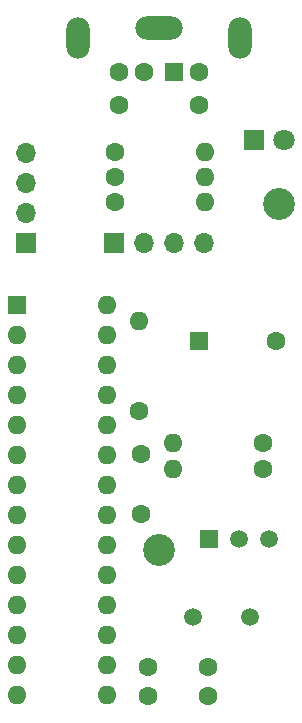
<source format=gbr>
%TF.GenerationSoftware,KiCad,Pcbnew,8.0.5*%
%TF.CreationDate,2024-11-15T12:40:48+00:00*%
%TF.ProjectId,TIMPS2KeyMini,54494d50-5332-44b6-9579-4d696e692e6b,rev?*%
%TF.SameCoordinates,Original*%
%TF.FileFunction,Soldermask,Top*%
%TF.FilePolarity,Negative*%
%FSLAX46Y46*%
G04 Gerber Fmt 4.6, Leading zero omitted, Abs format (unit mm)*
G04 Created by KiCad (PCBNEW 8.0.5) date 2024-11-15 12:40:48*
%MOMM*%
%LPD*%
G01*
G04 APERTURE LIST*
%ADD10R,1.600000X1.600000*%
%ADD11C,1.600000*%
%ADD12R,1.700000X1.700000*%
%ADD13O,1.700000X1.700000*%
%ADD14R,1.500000X1.500000*%
%ADD15C,1.500000*%
%ADD16R,1.800000X1.800000*%
%ADD17C,1.800000*%
%ADD18C,2.700000*%
%ADD19O,1.600000X1.600000*%
%ADD20O,2.000000X3.500000*%
%ADD21O,4.000000X2.000000*%
G04 APERTURE END LIST*
D10*
%TO.C,BZ1*%
X129040000Y-70680000D03*
D11*
X135540000Y-70680000D03*
%TD*%
%TO.C,C2*%
X124140000Y-85310000D03*
X124140000Y-80230000D03*
%TD*%
D12*
%TO.C,J5*%
X121845000Y-62365000D03*
D13*
X124385000Y-62365000D03*
X126925000Y-62365000D03*
X129465000Y-62365000D03*
%TD*%
D14*
%TO.C,Q1*%
X129920000Y-87450000D03*
D15*
X132460000Y-87450000D03*
X135000000Y-87450000D03*
%TD*%
%TO.C,Y1*%
X128520000Y-94030000D03*
X133400000Y-94030000D03*
%TD*%
D16*
%TO.C,D1*%
X133745000Y-53690000D03*
D17*
X136285000Y-53690000D03*
%TD*%
D18*
%TO.C,H9*%
X125650000Y-88365000D03*
%TD*%
D11*
%TO.C,R1*%
X121910000Y-54640000D03*
D19*
X129530000Y-54640000D03*
%TD*%
D11*
%TO.C,C9*%
X124770000Y-98310000D03*
X129850000Y-98310000D03*
%TD*%
%TO.C,R2*%
X134480000Y-79340000D03*
D19*
X126860000Y-79340000D03*
%TD*%
D10*
%TO.C,U4*%
X113620000Y-67650000D03*
D19*
X113620000Y-70190000D03*
X113620000Y-72730000D03*
X113620000Y-75270000D03*
X113620000Y-77810000D03*
X113620000Y-80350000D03*
X113620000Y-82890000D03*
X113620000Y-85430000D03*
X113620000Y-87970000D03*
X113620000Y-90510000D03*
X113620000Y-93050000D03*
X113620000Y-95590000D03*
X113620000Y-98130000D03*
X113620000Y-100670000D03*
X121230000Y-100670000D03*
X121230000Y-98130000D03*
X121230000Y-95590000D03*
X121230000Y-93050000D03*
X121230000Y-90510000D03*
X121230000Y-87970000D03*
X121230000Y-85430000D03*
X121230000Y-82890000D03*
X121230000Y-80350000D03*
X121230000Y-77810000D03*
X121230000Y-75270000D03*
X121230000Y-72730000D03*
X121230000Y-70190000D03*
X121230000Y-67650000D03*
%TD*%
D11*
%TO.C,R8*%
X121910000Y-58900000D03*
D19*
X129530000Y-58900000D03*
%TD*%
D18*
%TO.C,H3*%
X135830000Y-59060000D03*
%TD*%
D12*
%TO.C,J4*%
X114440000Y-62350000D03*
D13*
X114440000Y-59810000D03*
X114440000Y-57270000D03*
X114440000Y-54730000D03*
%TD*%
D11*
%TO.C,C10*%
X124770000Y-100750000D03*
X129850000Y-100750000D03*
%TD*%
%TO.C,R7*%
X121910000Y-56770000D03*
D19*
X129530000Y-56770000D03*
%TD*%
D11*
%TO.C,R6*%
X123970000Y-76580000D03*
D19*
X123970000Y-68960000D03*
%TD*%
D11*
%TO.C,R3*%
X134480000Y-81480000D03*
D19*
X126860000Y-81480000D03*
%TD*%
D10*
%TO.C,J2*%
X126960000Y-47850000D03*
D11*
X124360000Y-47850000D03*
X129060000Y-47850000D03*
X122260000Y-47850000D03*
X129060000Y-50650000D03*
X122260000Y-50650000D03*
D20*
X118810000Y-45000000D03*
D21*
X125660000Y-44200000D03*
D20*
X132510000Y-45000000D03*
%TD*%
M02*

</source>
